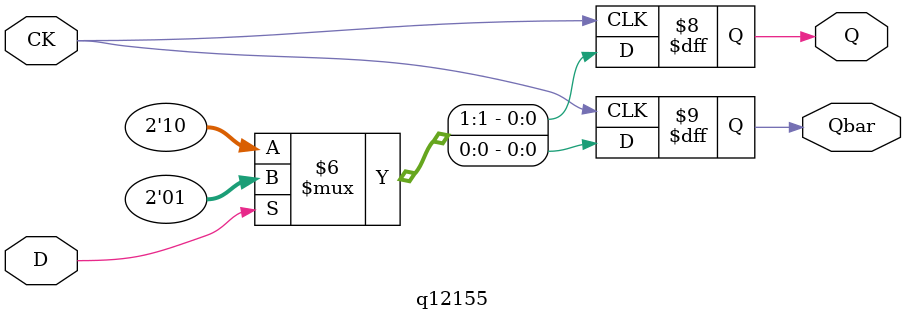
<source format=v>
module q12155(CK,D,Q,Qbar);
input CK,D;
output Q,Qbar;
reg Q=0,Qbar=1;

always @(negedge CK) begin
    if (D==0) {Q,Qbar}={1'b1,1'b0};
    else {Q,Qbar}={1'b0,1'b1};
end

endmodule




</source>
